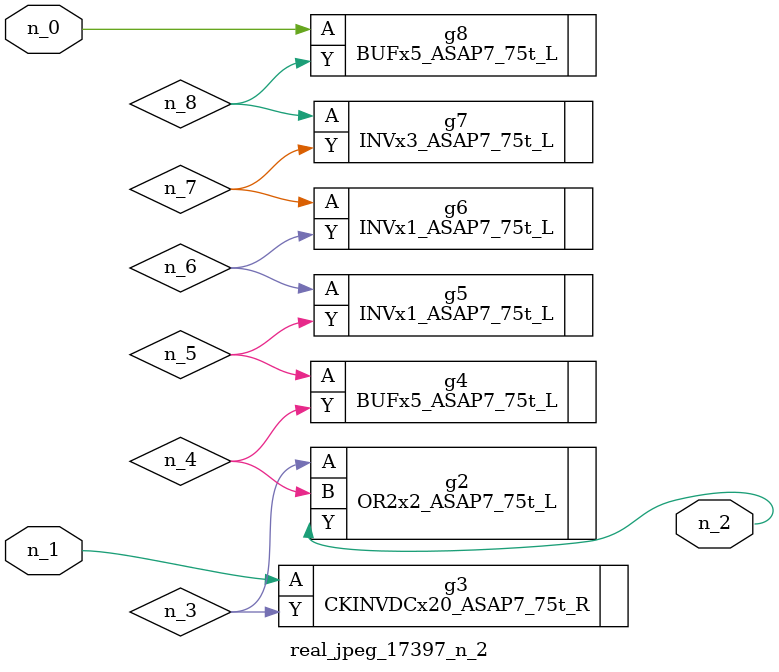
<source format=v>
module real_jpeg_17397_n_2 (n_1, n_0, n_2);

input n_1;
input n_0;

output n_2;

wire n_5;
wire n_4;
wire n_8;
wire n_6;
wire n_7;
wire n_3;

BUFx5_ASAP7_75t_L g8 ( 
.A(n_0),
.Y(n_8)
);

CKINVDCx20_ASAP7_75t_R g3 ( 
.A(n_1),
.Y(n_3)
);

OR2x2_ASAP7_75t_L g2 ( 
.A(n_3),
.B(n_4),
.Y(n_2)
);

BUFx5_ASAP7_75t_L g4 ( 
.A(n_5),
.Y(n_4)
);

INVx1_ASAP7_75t_L g5 ( 
.A(n_6),
.Y(n_5)
);

INVx1_ASAP7_75t_L g6 ( 
.A(n_7),
.Y(n_6)
);

INVx3_ASAP7_75t_L g7 ( 
.A(n_8),
.Y(n_7)
);


endmodule
</source>
